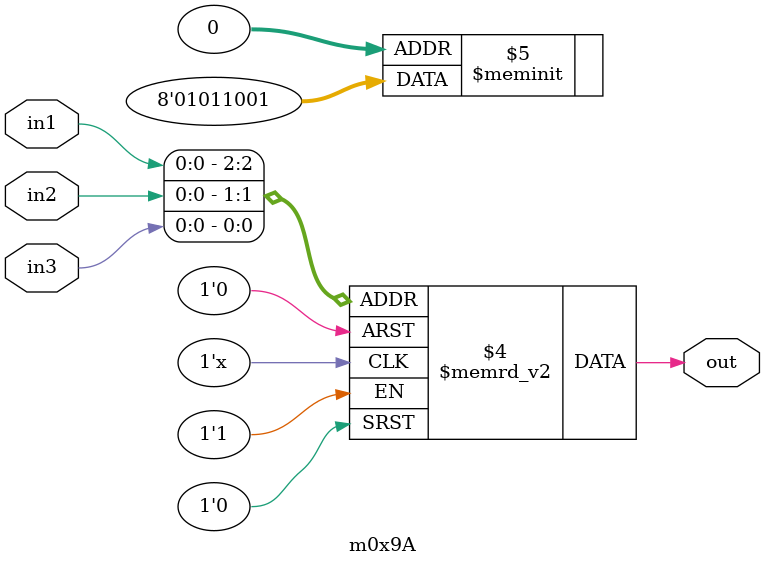
<source format=v>
module m0x9A(output out, input in1, in2, in3);

   always @(in1, in2, in3)
     begin
        case({in1, in2, in3})
          3'b000: {out} = 1'b1;
          3'b001: {out} = 1'b0;
          3'b010: {out} = 1'b0;
          3'b011: {out} = 1'b1;
          3'b100: {out} = 1'b1;
          3'b101: {out} = 1'b0;
          3'b110: {out} = 1'b1;
          3'b111: {out} = 1'b0;
        endcase // case ({in1, in2, in3})
     end // always @ (in1, in2, in3)

endmodule // m0x9A
</source>
